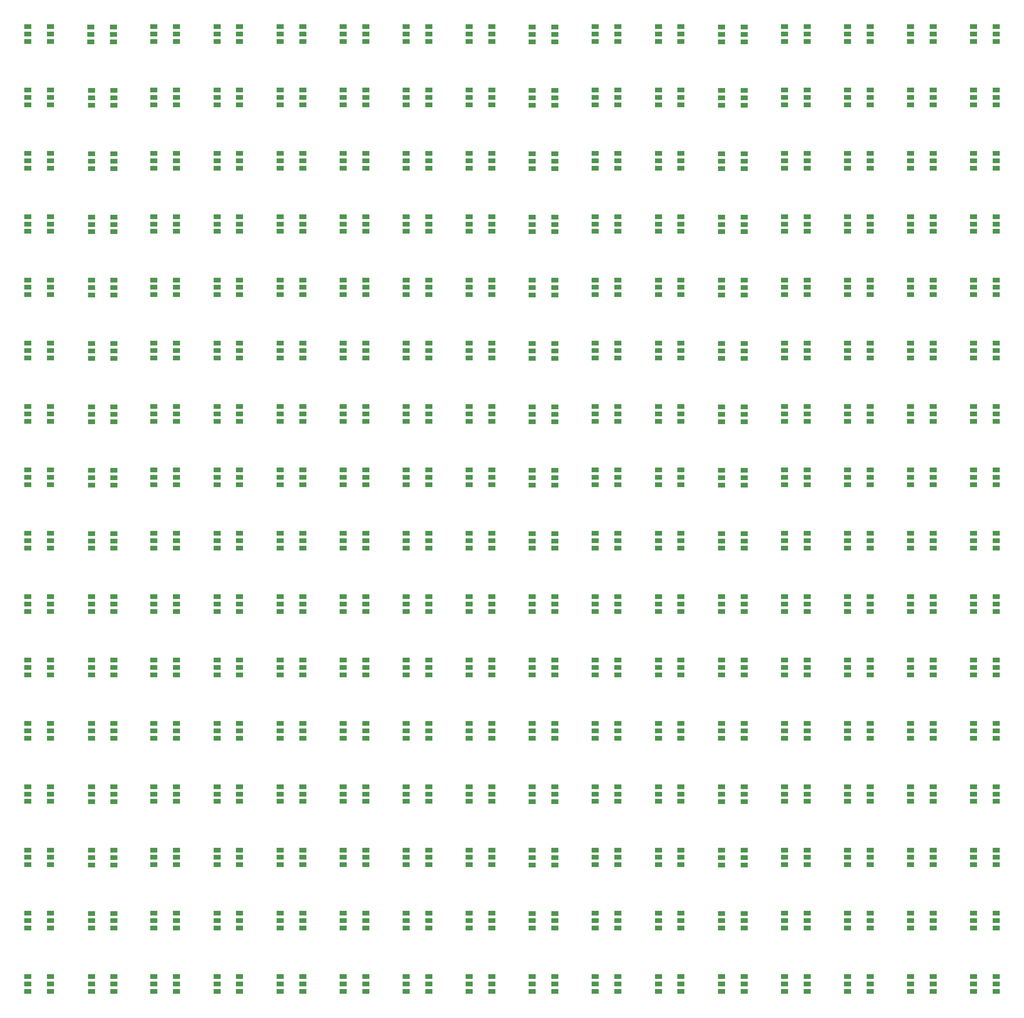
<source format=gbr>
%TF.GenerationSoftware,KiCad,Pcbnew,(5.1.5)-2*%
%TF.CreationDate,2019-12-29T12:45:17-05:00*%
%TF.ProjectId,main_led_pcb,6d61696e-5f6c-4656-945f-7063622e6b69,rev?*%
%TF.SameCoordinates,Original*%
%TF.FileFunction,Paste,Top*%
%TF.FilePolarity,Positive*%
%FSLAX46Y46*%
G04 Gerber Fmt 4.6, Leading zero omitted, Abs format (unit mm)*
G04 Created by KiCad (PCBNEW (5.1.5)-2) date 2019-12-29 12:45:17*
%MOMM*%
%LPD*%
G04 APERTURE LIST*
%ADD10R,1.500000X1.000000*%
G04 APERTURE END LIST*
D10*
X18843300Y-5700000D03*
X18843300Y-7300000D03*
X18843300Y-8900000D03*
X23743300Y-5700000D03*
X23743300Y-7300000D03*
X23743300Y-8900000D03*
X46130000Y-142667000D03*
X46130000Y-144267000D03*
X46130000Y-145867000D03*
X51030000Y-142667000D03*
X51030000Y-144267000D03*
X51030000Y-145867000D03*
X5200000Y-60426700D03*
X5200000Y-62026700D03*
X5200000Y-63626700D03*
X10100000Y-60426700D03*
X10100000Y-62026700D03*
X10100000Y-63626700D03*
X209850000Y-211200000D03*
X209850000Y-212800000D03*
X209850000Y-214400000D03*
X214750000Y-211200000D03*
X214750000Y-212800000D03*
X214750000Y-214400000D03*
X201107000Y-214400000D03*
X201107000Y-212800000D03*
X201107000Y-211200000D03*
X196207000Y-214400000D03*
X196207000Y-212800000D03*
X196207000Y-211200000D03*
X182563000Y-211200000D03*
X182563000Y-212800000D03*
X182563000Y-214400000D03*
X187463000Y-211200000D03*
X187463000Y-212800000D03*
X187463000Y-214400000D03*
X168920000Y-211200000D03*
X168920000Y-212800000D03*
X168920000Y-214400000D03*
X173820000Y-211200000D03*
X173820000Y-212800000D03*
X173820000Y-214400000D03*
X155277000Y-211200000D03*
X155277000Y-212800000D03*
X155277000Y-214400000D03*
X160177000Y-211200000D03*
X160177000Y-212800000D03*
X160177000Y-214400000D03*
X141633000Y-211200000D03*
X141633000Y-212800000D03*
X141633000Y-214400000D03*
X146533000Y-211200000D03*
X146533000Y-212800000D03*
X146533000Y-214400000D03*
X127990000Y-211200000D03*
X127990000Y-212800000D03*
X127990000Y-214400000D03*
X132890000Y-211200000D03*
X132890000Y-212800000D03*
X132890000Y-214400000D03*
X114347000Y-211200000D03*
X114347000Y-212800000D03*
X114347000Y-214400000D03*
X119247000Y-211200000D03*
X119247000Y-212800000D03*
X119247000Y-214400000D03*
X100703000Y-211200000D03*
X100703000Y-212800000D03*
X100703000Y-214400000D03*
X105603000Y-211200000D03*
X105603000Y-212800000D03*
X105603000Y-214400000D03*
X87060000Y-211200000D03*
X87060000Y-212800000D03*
X87060000Y-214400000D03*
X91960000Y-211200000D03*
X91960000Y-212800000D03*
X91960000Y-214400000D03*
X73416700Y-211200000D03*
X73416700Y-212800000D03*
X73416700Y-214400000D03*
X78316700Y-211200000D03*
X78316700Y-212800000D03*
X78316700Y-214400000D03*
X59773300Y-211200000D03*
X59773300Y-212800000D03*
X59773300Y-214400000D03*
X64673300Y-211200000D03*
X64673300Y-212800000D03*
X64673300Y-214400000D03*
X46130000Y-211200000D03*
X46130000Y-212800000D03*
X46130000Y-214400000D03*
X51030000Y-211200000D03*
X51030000Y-212800000D03*
X51030000Y-214400000D03*
X32486700Y-211200000D03*
X32486700Y-212800000D03*
X32486700Y-214400000D03*
X37386700Y-211200000D03*
X37386700Y-212800000D03*
X37386700Y-214400000D03*
X18950000Y-211200000D03*
X18950000Y-212800000D03*
X18950000Y-214400000D03*
X23850000Y-211200000D03*
X23850000Y-212800000D03*
X23850000Y-214400000D03*
X5200000Y-211200000D03*
X5200000Y-212800000D03*
X5200000Y-214400000D03*
X10100000Y-211200000D03*
X10100000Y-212800000D03*
X10100000Y-214400000D03*
X209850000Y-197493000D03*
X209850000Y-199093000D03*
X209850000Y-200693000D03*
X214750000Y-197493000D03*
X214750000Y-199093000D03*
X214750000Y-200693000D03*
X201107000Y-200693000D03*
X201107000Y-199093000D03*
X201107000Y-197493000D03*
X196207000Y-200693000D03*
X196207000Y-199093000D03*
X196207000Y-197493000D03*
X182563000Y-197493000D03*
X182563000Y-199093000D03*
X182563000Y-200693000D03*
X187463000Y-197493000D03*
X187463000Y-199093000D03*
X187463000Y-200693000D03*
X168920000Y-197493000D03*
X168920000Y-199093000D03*
X168920000Y-200693000D03*
X173820000Y-197493000D03*
X173820000Y-199093000D03*
X173820000Y-200693000D03*
X155277000Y-197500000D03*
X155277000Y-199100000D03*
X155277000Y-200700000D03*
X160177000Y-197500000D03*
X160177000Y-199100000D03*
X160177000Y-200700000D03*
X141633000Y-197493000D03*
X141633000Y-199093000D03*
X141633000Y-200693000D03*
X146533000Y-197493000D03*
X146533000Y-199093000D03*
X146533000Y-200693000D03*
X127990000Y-197493000D03*
X127990000Y-199093000D03*
X127990000Y-200693000D03*
X132890000Y-197493000D03*
X132890000Y-199093000D03*
X132890000Y-200693000D03*
X114347000Y-197500000D03*
X114347000Y-199100000D03*
X114347000Y-200700000D03*
X119247000Y-197500000D03*
X119247000Y-199100000D03*
X119247000Y-200700000D03*
X100703000Y-197493000D03*
X100703000Y-199093000D03*
X100703000Y-200693000D03*
X105603000Y-197493000D03*
X105603000Y-199093000D03*
X105603000Y-200693000D03*
X87060000Y-197493000D03*
X87060000Y-199093000D03*
X87060000Y-200693000D03*
X91960000Y-197493000D03*
X91960000Y-199093000D03*
X91960000Y-200693000D03*
X73416700Y-197493000D03*
X73416700Y-199093000D03*
X73416700Y-200693000D03*
X78316700Y-197493000D03*
X78316700Y-199093000D03*
X78316700Y-200693000D03*
X59773300Y-197493000D03*
X59773300Y-199093000D03*
X59773300Y-200693000D03*
X64673300Y-197493000D03*
X64673300Y-199093000D03*
X64673300Y-200693000D03*
X46130000Y-197493000D03*
X46130000Y-199093000D03*
X46130000Y-200693000D03*
X51030000Y-197493000D03*
X51030000Y-199093000D03*
X51030000Y-200693000D03*
X32486700Y-197493000D03*
X32486700Y-199093000D03*
X32486700Y-200693000D03*
X37386700Y-197493000D03*
X37386700Y-199093000D03*
X37386700Y-200693000D03*
X18950000Y-197500000D03*
X18950000Y-199100000D03*
X18950000Y-200700000D03*
X23850000Y-197500000D03*
X23850000Y-199100000D03*
X23850000Y-200700000D03*
X5200000Y-197493000D03*
X5200000Y-199093000D03*
X5200000Y-200693000D03*
X10100000Y-197493000D03*
X10100000Y-199093000D03*
X10100000Y-200693000D03*
X209850000Y-183787000D03*
X209850000Y-185387000D03*
X209850000Y-186987000D03*
X214750000Y-183787000D03*
X214750000Y-185387000D03*
X214750000Y-186987000D03*
X201107000Y-186987000D03*
X201107000Y-185387000D03*
X201107000Y-183787000D03*
X196207000Y-186987000D03*
X196207000Y-185387000D03*
X196207000Y-183787000D03*
X182563000Y-183787000D03*
X182563000Y-185387000D03*
X182563000Y-186987000D03*
X187463000Y-183787000D03*
X187463000Y-185387000D03*
X187463000Y-186987000D03*
X168920000Y-183787000D03*
X168920000Y-185387000D03*
X168920000Y-186987000D03*
X173820000Y-183787000D03*
X173820000Y-185387000D03*
X173820000Y-186987000D03*
X155277000Y-183800000D03*
X155277000Y-185400000D03*
X155277000Y-187000000D03*
X160177000Y-183800000D03*
X160177000Y-185400000D03*
X160177000Y-187000000D03*
X141633000Y-183787000D03*
X141633000Y-185387000D03*
X141633000Y-186987000D03*
X146533000Y-183787000D03*
X146533000Y-185387000D03*
X146533000Y-186987000D03*
X127990000Y-183787000D03*
X127990000Y-185387000D03*
X127990000Y-186987000D03*
X132890000Y-183787000D03*
X132890000Y-185387000D03*
X132890000Y-186987000D03*
X114347000Y-183800000D03*
X114347000Y-185400000D03*
X114347000Y-187000000D03*
X119247000Y-183800000D03*
X119247000Y-185400000D03*
X119247000Y-187000000D03*
X100703000Y-183787000D03*
X100703000Y-185387000D03*
X100703000Y-186987000D03*
X105603000Y-183787000D03*
X105603000Y-185387000D03*
X105603000Y-186987000D03*
X87060000Y-183787000D03*
X87060000Y-185387000D03*
X87060000Y-186987000D03*
X91960000Y-183787000D03*
X91960000Y-185387000D03*
X91960000Y-186987000D03*
X73416700Y-183787000D03*
X73416700Y-185387000D03*
X73416700Y-186987000D03*
X78316700Y-183787000D03*
X78316700Y-185387000D03*
X78316700Y-186987000D03*
X59773300Y-183787000D03*
X59773300Y-185387000D03*
X59773300Y-186987000D03*
X64673300Y-183787000D03*
X64673300Y-185387000D03*
X64673300Y-186987000D03*
X46130000Y-183787000D03*
X46130000Y-185387000D03*
X46130000Y-186987000D03*
X51030000Y-183787000D03*
X51030000Y-185387000D03*
X51030000Y-186987000D03*
X32486700Y-183787000D03*
X32486700Y-185387000D03*
X32486700Y-186987000D03*
X37386700Y-183787000D03*
X37386700Y-185387000D03*
X37386700Y-186987000D03*
X18950000Y-183800000D03*
X18950000Y-185400000D03*
X18950000Y-187000000D03*
X23850000Y-183800000D03*
X23850000Y-185400000D03*
X23850000Y-187000000D03*
X5200000Y-183787000D03*
X5200000Y-185387000D03*
X5200000Y-186987000D03*
X10100000Y-183787000D03*
X10100000Y-185387000D03*
X10100000Y-186987000D03*
X209850000Y-170080000D03*
X209850000Y-171680000D03*
X209850000Y-173280000D03*
X214750000Y-170080000D03*
X214750000Y-171680000D03*
X214750000Y-173280000D03*
X201107000Y-173280000D03*
X201107000Y-171680000D03*
X201107000Y-170080000D03*
X196207000Y-173280000D03*
X196207000Y-171680000D03*
X196207000Y-170080000D03*
X182563000Y-170080000D03*
X182563000Y-171680000D03*
X182563000Y-173280000D03*
X187463000Y-170080000D03*
X187463000Y-171680000D03*
X187463000Y-173280000D03*
X168920000Y-170080000D03*
X168920000Y-171680000D03*
X168920000Y-173280000D03*
X173820000Y-170080000D03*
X173820000Y-171680000D03*
X173820000Y-173280000D03*
X155277000Y-170100000D03*
X155277000Y-171700000D03*
X155277000Y-173300000D03*
X160177000Y-170100000D03*
X160177000Y-171700000D03*
X160177000Y-173300000D03*
X141633000Y-170080000D03*
X141633000Y-171680000D03*
X141633000Y-173280000D03*
X146533000Y-170080000D03*
X146533000Y-171680000D03*
X146533000Y-173280000D03*
X127990000Y-170080000D03*
X127990000Y-171680000D03*
X127990000Y-173280000D03*
X132890000Y-170080000D03*
X132890000Y-171680000D03*
X132890000Y-173280000D03*
X114347000Y-170100000D03*
X114347000Y-171700000D03*
X114347000Y-173300000D03*
X119247000Y-170100000D03*
X119247000Y-171700000D03*
X119247000Y-173300000D03*
X100703000Y-170080000D03*
X100703000Y-171680000D03*
X100703000Y-173280000D03*
X105603000Y-170080000D03*
X105603000Y-171680000D03*
X105603000Y-173280000D03*
X87060000Y-170080000D03*
X87060000Y-171680000D03*
X87060000Y-173280000D03*
X91960000Y-170080000D03*
X91960000Y-171680000D03*
X91960000Y-173280000D03*
X73416700Y-170080000D03*
X73416700Y-171680000D03*
X73416700Y-173280000D03*
X78316700Y-170080000D03*
X78316700Y-171680000D03*
X78316700Y-173280000D03*
X59773300Y-170080000D03*
X59773300Y-171680000D03*
X59773300Y-173280000D03*
X64673300Y-170080000D03*
X64673300Y-171680000D03*
X64673300Y-173280000D03*
X46130000Y-170080000D03*
X46130000Y-171680000D03*
X46130000Y-173280000D03*
X51030000Y-170080000D03*
X51030000Y-171680000D03*
X51030000Y-173280000D03*
X32486700Y-170080000D03*
X32486700Y-171680000D03*
X32486700Y-173280000D03*
X37386700Y-170080000D03*
X37386700Y-171680000D03*
X37386700Y-173280000D03*
X18950000Y-170100000D03*
X18950000Y-171700000D03*
X18950000Y-173300000D03*
X23850000Y-170100000D03*
X23850000Y-171700000D03*
X23850000Y-173300000D03*
X5200000Y-170080000D03*
X5200000Y-171680000D03*
X5200000Y-173280000D03*
X10100000Y-170080000D03*
X10100000Y-171680000D03*
X10100000Y-173280000D03*
X209850000Y-156373000D03*
X209850000Y-157973000D03*
X209850000Y-159573000D03*
X214750000Y-156373000D03*
X214750000Y-157973000D03*
X214750000Y-159573000D03*
X201107000Y-159573000D03*
X201107000Y-157973000D03*
X201107000Y-156373000D03*
X196207000Y-159573000D03*
X196207000Y-157973000D03*
X196207000Y-156373000D03*
X182563000Y-156373000D03*
X182563000Y-157973000D03*
X182563000Y-159573000D03*
X187463000Y-156373000D03*
X187463000Y-157973000D03*
X187463000Y-159573000D03*
X168920000Y-156373000D03*
X168920000Y-157973000D03*
X168920000Y-159573000D03*
X173820000Y-156373000D03*
X173820000Y-157973000D03*
X173820000Y-159573000D03*
X155277000Y-156400000D03*
X155277000Y-158000000D03*
X155277000Y-159600000D03*
X160177000Y-156400000D03*
X160177000Y-158000000D03*
X160177000Y-159600000D03*
X141633000Y-156373000D03*
X141633000Y-157973000D03*
X141633000Y-159573000D03*
X146533000Y-156373000D03*
X146533000Y-157973000D03*
X146533000Y-159573000D03*
X127990000Y-156373000D03*
X127990000Y-157973000D03*
X127990000Y-159573000D03*
X132890000Y-156373000D03*
X132890000Y-157973000D03*
X132890000Y-159573000D03*
X114347000Y-156400000D03*
X114347000Y-158000000D03*
X114347000Y-159600000D03*
X119247000Y-156400000D03*
X119247000Y-158000000D03*
X119247000Y-159600000D03*
X100703000Y-156373000D03*
X100703000Y-157973000D03*
X100703000Y-159573000D03*
X105603000Y-156373000D03*
X105603000Y-157973000D03*
X105603000Y-159573000D03*
X87060000Y-156373000D03*
X87060000Y-157973000D03*
X87060000Y-159573000D03*
X91960000Y-156373000D03*
X91960000Y-157973000D03*
X91960000Y-159573000D03*
X73416700Y-156373000D03*
X73416700Y-157973000D03*
X73416700Y-159573000D03*
X78316700Y-156373000D03*
X78316700Y-157973000D03*
X78316700Y-159573000D03*
X59773300Y-156373000D03*
X59773300Y-157973000D03*
X59773300Y-159573000D03*
X64673300Y-156373000D03*
X64673300Y-157973000D03*
X64673300Y-159573000D03*
X46130000Y-156373000D03*
X46130000Y-157973000D03*
X46130000Y-159573000D03*
X51030000Y-156373000D03*
X51030000Y-157973000D03*
X51030000Y-159573000D03*
X32486700Y-156373000D03*
X32486700Y-157973000D03*
X32486700Y-159573000D03*
X37386700Y-156373000D03*
X37386700Y-157973000D03*
X37386700Y-159573000D03*
X18950000Y-156400000D03*
X18950000Y-158000000D03*
X18950000Y-159600000D03*
X23850000Y-156400000D03*
X23850000Y-158000000D03*
X23850000Y-159600000D03*
X5200000Y-156373000D03*
X5200000Y-157973000D03*
X5200000Y-159573000D03*
X10100000Y-156373000D03*
X10100000Y-157973000D03*
X10100000Y-159573000D03*
X209850000Y-142667000D03*
X209850000Y-144267000D03*
X209850000Y-145867000D03*
X214750000Y-142667000D03*
X214750000Y-144267000D03*
X214750000Y-145867000D03*
X201107000Y-145867000D03*
X201107000Y-144267000D03*
X201107000Y-142667000D03*
X196207000Y-145867000D03*
X196207000Y-144267000D03*
X196207000Y-142667000D03*
X182563000Y-142667000D03*
X182563000Y-144267000D03*
X182563000Y-145867000D03*
X187463000Y-142667000D03*
X187463000Y-144267000D03*
X187463000Y-145867000D03*
X168920000Y-142667000D03*
X168920000Y-144267000D03*
X168920000Y-145867000D03*
X173820000Y-142667000D03*
X173820000Y-144267000D03*
X173820000Y-145867000D03*
X155277000Y-142700000D03*
X155277000Y-144300000D03*
X155277000Y-145900000D03*
X160177000Y-142700000D03*
X160177000Y-144300000D03*
X160177000Y-145900000D03*
X141633000Y-142667000D03*
X141633000Y-144267000D03*
X141633000Y-145867000D03*
X146533000Y-142667000D03*
X146533000Y-144267000D03*
X146533000Y-145867000D03*
X127990000Y-142667000D03*
X127990000Y-144267000D03*
X127990000Y-145867000D03*
X132890000Y-142667000D03*
X132890000Y-144267000D03*
X132890000Y-145867000D03*
X114347000Y-142700000D03*
X114347000Y-144300000D03*
X114347000Y-145900000D03*
X119247000Y-142700000D03*
X119247000Y-144300000D03*
X119247000Y-145900000D03*
X100703000Y-142667000D03*
X100703000Y-144267000D03*
X100703000Y-145867000D03*
X105603000Y-142667000D03*
X105603000Y-144267000D03*
X105603000Y-145867000D03*
X87060000Y-142667000D03*
X87060000Y-144267000D03*
X87060000Y-145867000D03*
X91960000Y-142667000D03*
X91960000Y-144267000D03*
X91960000Y-145867000D03*
X73416700Y-142667000D03*
X73416700Y-144267000D03*
X73416700Y-145867000D03*
X78316700Y-142667000D03*
X78316700Y-144267000D03*
X78316700Y-145867000D03*
X59773300Y-142667000D03*
X59773300Y-144267000D03*
X59773300Y-145867000D03*
X64673300Y-142667000D03*
X64673300Y-144267000D03*
X64673300Y-145867000D03*
X32486700Y-142667000D03*
X32486700Y-144267000D03*
X32486700Y-145867000D03*
X37386700Y-142667000D03*
X37386700Y-144267000D03*
X37386700Y-145867000D03*
X18950000Y-142700000D03*
X18950000Y-144300000D03*
X18950000Y-145900000D03*
X23850000Y-142700000D03*
X23850000Y-144300000D03*
X23850000Y-145900000D03*
X5200000Y-142667000D03*
X5200000Y-144267000D03*
X5200000Y-145867000D03*
X10100000Y-142667000D03*
X10100000Y-144267000D03*
X10100000Y-145867000D03*
X209850000Y-128960000D03*
X209850000Y-130560000D03*
X209850000Y-132160000D03*
X214750000Y-128960000D03*
X214750000Y-130560000D03*
X214750000Y-132160000D03*
X201107000Y-132160000D03*
X201107000Y-130560000D03*
X201107000Y-128960000D03*
X196207000Y-132160000D03*
X196207000Y-130560000D03*
X196207000Y-128960000D03*
X182563000Y-128960000D03*
X182563000Y-130560000D03*
X182563000Y-132160000D03*
X187463000Y-128960000D03*
X187463000Y-130560000D03*
X187463000Y-132160000D03*
X168920000Y-128960000D03*
X168920000Y-130560000D03*
X168920000Y-132160000D03*
X173820000Y-128960000D03*
X173820000Y-130560000D03*
X173820000Y-132160000D03*
X155277000Y-129000000D03*
X155277000Y-130600000D03*
X155277000Y-132200000D03*
X160177000Y-129000000D03*
X160177000Y-130600000D03*
X160177000Y-132200000D03*
X141633000Y-128960000D03*
X141633000Y-130560000D03*
X141633000Y-132160000D03*
X146533000Y-128960000D03*
X146533000Y-130560000D03*
X146533000Y-132160000D03*
X127990000Y-128960000D03*
X127990000Y-130560000D03*
X127990000Y-132160000D03*
X132890000Y-128960000D03*
X132890000Y-130560000D03*
X132890000Y-132160000D03*
X114347000Y-129000000D03*
X114347000Y-130600000D03*
X114347000Y-132200000D03*
X119247000Y-129000000D03*
X119247000Y-130600000D03*
X119247000Y-132200000D03*
X100703000Y-128960000D03*
X100703000Y-130560000D03*
X100703000Y-132160000D03*
X105603000Y-128960000D03*
X105603000Y-130560000D03*
X105603000Y-132160000D03*
X87060000Y-128960000D03*
X87060000Y-130560000D03*
X87060000Y-132160000D03*
X91960000Y-128960000D03*
X91960000Y-130560000D03*
X91960000Y-132160000D03*
X73416700Y-128960000D03*
X73416700Y-130560000D03*
X73416700Y-132160000D03*
X78316700Y-128960000D03*
X78316700Y-130560000D03*
X78316700Y-132160000D03*
X59773300Y-128960000D03*
X59773300Y-130560000D03*
X59773300Y-132160000D03*
X64673300Y-128960000D03*
X64673300Y-130560000D03*
X64673300Y-132160000D03*
X46130000Y-128960000D03*
X46130000Y-130560000D03*
X46130000Y-132160000D03*
X51030000Y-128960000D03*
X51030000Y-130560000D03*
X51030000Y-132160000D03*
X32486700Y-128960000D03*
X32486700Y-130560000D03*
X32486700Y-132160000D03*
X37386700Y-128960000D03*
X37386700Y-130560000D03*
X37386700Y-132160000D03*
X18950000Y-129000000D03*
X18950000Y-130600000D03*
X18950000Y-132200000D03*
X23850000Y-129000000D03*
X23850000Y-130600000D03*
X23850000Y-132200000D03*
X5200000Y-128960000D03*
X5200000Y-130560000D03*
X5200000Y-132160000D03*
X10100000Y-128960000D03*
X10100000Y-130560000D03*
X10100000Y-132160000D03*
X209850000Y-115253000D03*
X209850000Y-116853000D03*
X209850000Y-118453000D03*
X214750000Y-115253000D03*
X214750000Y-116853000D03*
X214750000Y-118453000D03*
X201107000Y-118453000D03*
X201107000Y-116853000D03*
X201107000Y-115253000D03*
X196207000Y-118453000D03*
X196207000Y-116853000D03*
X196207000Y-115253000D03*
X182563000Y-115253000D03*
X182563000Y-116853000D03*
X182563000Y-118453000D03*
X187463000Y-115253000D03*
X187463000Y-116853000D03*
X187463000Y-118453000D03*
X168920000Y-115253000D03*
X168920000Y-116853000D03*
X168920000Y-118453000D03*
X173820000Y-115253000D03*
X173820000Y-116853000D03*
X173820000Y-118453000D03*
X155277000Y-115300000D03*
X155277000Y-116900000D03*
X155277000Y-118500000D03*
X160177000Y-115300000D03*
X160177000Y-116900000D03*
X160177000Y-118500000D03*
X141633000Y-115253000D03*
X141633000Y-116853000D03*
X141633000Y-118453000D03*
X146533000Y-115253000D03*
X146533000Y-116853000D03*
X146533000Y-118453000D03*
X127990000Y-115253000D03*
X127990000Y-116853000D03*
X127990000Y-118453000D03*
X132890000Y-115253000D03*
X132890000Y-116853000D03*
X132890000Y-118453000D03*
X114347000Y-115300000D03*
X114347000Y-116900000D03*
X114347000Y-118500000D03*
X119247000Y-115300000D03*
X119247000Y-116900000D03*
X119247000Y-118500000D03*
X100703000Y-115253000D03*
X100703000Y-116853000D03*
X100703000Y-118453000D03*
X105603000Y-115253000D03*
X105603000Y-116853000D03*
X105603000Y-118453000D03*
X87060000Y-115253000D03*
X87060000Y-116853000D03*
X87060000Y-118453000D03*
X91960000Y-115253000D03*
X91960000Y-116853000D03*
X91960000Y-118453000D03*
X73416700Y-115253000D03*
X73416700Y-116853000D03*
X73416700Y-118453000D03*
X78316700Y-115253000D03*
X78316700Y-116853000D03*
X78316700Y-118453000D03*
X59773300Y-115253000D03*
X59773300Y-116853000D03*
X59773300Y-118453000D03*
X64673300Y-115253000D03*
X64673300Y-116853000D03*
X64673300Y-118453000D03*
X46130000Y-115253000D03*
X46130000Y-116853000D03*
X46130000Y-118453000D03*
X51030000Y-115253000D03*
X51030000Y-116853000D03*
X51030000Y-118453000D03*
X32486700Y-115253000D03*
X32486700Y-116853000D03*
X32486700Y-118453000D03*
X37386700Y-115253000D03*
X37386700Y-116853000D03*
X37386700Y-118453000D03*
X18950000Y-115300000D03*
X18950000Y-116900000D03*
X18950000Y-118500000D03*
X23850000Y-115300000D03*
X23850000Y-116900000D03*
X23850000Y-118500000D03*
X5200000Y-115253000D03*
X5200000Y-116853000D03*
X5200000Y-118453000D03*
X10100000Y-115253000D03*
X10100000Y-116853000D03*
X10100000Y-118453000D03*
X209850000Y-101547000D03*
X209850000Y-103147000D03*
X209850000Y-104747000D03*
X214750000Y-101547000D03*
X214750000Y-103147000D03*
X214750000Y-104747000D03*
X201107000Y-104747000D03*
X201107000Y-103147000D03*
X201107000Y-101547000D03*
X196207000Y-104747000D03*
X196207000Y-103147000D03*
X196207000Y-101547000D03*
X182563000Y-101547000D03*
X182563000Y-103147000D03*
X182563000Y-104747000D03*
X187463000Y-101547000D03*
X187463000Y-103147000D03*
X187463000Y-104747000D03*
X168920000Y-101547000D03*
X168920000Y-103147000D03*
X168920000Y-104747000D03*
X173820000Y-101547000D03*
X173820000Y-103147000D03*
X173820000Y-104747000D03*
X155277000Y-101600000D03*
X155277000Y-103200000D03*
X155277000Y-104800000D03*
X160177000Y-101600000D03*
X160177000Y-103200000D03*
X160177000Y-104800000D03*
X141633000Y-101547000D03*
X141633000Y-103147000D03*
X141633000Y-104747000D03*
X146533000Y-101547000D03*
X146533000Y-103147000D03*
X146533000Y-104747000D03*
X127990000Y-101547000D03*
X127990000Y-103147000D03*
X127990000Y-104747000D03*
X132890000Y-101547000D03*
X132890000Y-103147000D03*
X132890000Y-104747000D03*
X114347000Y-101600000D03*
X114347000Y-103200000D03*
X114347000Y-104800000D03*
X119247000Y-101600000D03*
X119247000Y-103200000D03*
X119247000Y-104800000D03*
X100703000Y-101547000D03*
X100703000Y-103147000D03*
X100703000Y-104747000D03*
X105603000Y-101547000D03*
X105603000Y-103147000D03*
X105603000Y-104747000D03*
X87060000Y-101547000D03*
X87060000Y-103147000D03*
X87060000Y-104747000D03*
X91960000Y-101547000D03*
X91960000Y-103147000D03*
X91960000Y-104747000D03*
X73416700Y-101547000D03*
X73416700Y-103147000D03*
X73416700Y-104747000D03*
X78316700Y-101547000D03*
X78316700Y-103147000D03*
X78316700Y-104747000D03*
X59773300Y-101547000D03*
X59773300Y-103147000D03*
X59773300Y-104747000D03*
X64673300Y-101547000D03*
X64673300Y-103147000D03*
X64673300Y-104747000D03*
X46130000Y-101547000D03*
X46130000Y-103147000D03*
X46130000Y-104747000D03*
X51030000Y-101547000D03*
X51030000Y-103147000D03*
X51030000Y-104747000D03*
X32486700Y-101547000D03*
X32486700Y-103147000D03*
X32486700Y-104747000D03*
X37386700Y-101547000D03*
X37386700Y-103147000D03*
X37386700Y-104747000D03*
X18950000Y-101600000D03*
X18950000Y-103200000D03*
X18950000Y-104800000D03*
X23850000Y-101600000D03*
X23850000Y-103200000D03*
X23850000Y-104800000D03*
X5200000Y-101547000D03*
X5200000Y-103147000D03*
X5200000Y-104747000D03*
X10100000Y-101547000D03*
X10100000Y-103147000D03*
X10100000Y-104747000D03*
X209850000Y-87840000D03*
X209850000Y-89440000D03*
X209850000Y-91040000D03*
X214750000Y-87840000D03*
X214750000Y-89440000D03*
X214750000Y-91040000D03*
X201107000Y-91040000D03*
X201107000Y-89440000D03*
X201107000Y-87840000D03*
X196207000Y-91040000D03*
X196207000Y-89440000D03*
X196207000Y-87840000D03*
X182563000Y-87840000D03*
X182563000Y-89440000D03*
X182563000Y-91040000D03*
X187463000Y-87840000D03*
X187463000Y-89440000D03*
X187463000Y-91040000D03*
X168920000Y-87840000D03*
X168920000Y-89440000D03*
X168920000Y-91040000D03*
X173820000Y-87840000D03*
X173820000Y-89440000D03*
X173820000Y-91040000D03*
X155277000Y-87900000D03*
X155277000Y-89500000D03*
X155277000Y-91100000D03*
X160177000Y-87900000D03*
X160177000Y-89500000D03*
X160177000Y-91100000D03*
X141633000Y-87840000D03*
X141633000Y-89440000D03*
X141633000Y-91040000D03*
X146533000Y-87840000D03*
X146533000Y-89440000D03*
X146533000Y-91040000D03*
X127990000Y-87840000D03*
X127990000Y-89440000D03*
X127990000Y-91040000D03*
X132890000Y-87840000D03*
X132890000Y-89440000D03*
X132890000Y-91040000D03*
X114347000Y-87900000D03*
X114347000Y-89500000D03*
X114347000Y-91100000D03*
X119247000Y-87900000D03*
X119247000Y-89500000D03*
X119247000Y-91100000D03*
X100703000Y-87840000D03*
X100703000Y-89440000D03*
X100703000Y-91040000D03*
X105603000Y-87840000D03*
X105603000Y-89440000D03*
X105603000Y-91040000D03*
X87060000Y-87840000D03*
X87060000Y-89440000D03*
X87060000Y-91040000D03*
X91960000Y-87840000D03*
X91960000Y-89440000D03*
X91960000Y-91040000D03*
X73416700Y-87840000D03*
X73416700Y-89440000D03*
X73416700Y-91040000D03*
X78316700Y-87840000D03*
X78316700Y-89440000D03*
X78316700Y-91040000D03*
X59773300Y-87840000D03*
X59773300Y-89440000D03*
X59773300Y-91040000D03*
X64673300Y-87840000D03*
X64673300Y-89440000D03*
X64673300Y-91040000D03*
X46130000Y-87840000D03*
X46130000Y-89440000D03*
X46130000Y-91040000D03*
X51030000Y-87840000D03*
X51030000Y-89440000D03*
X51030000Y-91040000D03*
X32486700Y-87840000D03*
X32486700Y-89440000D03*
X32486700Y-91040000D03*
X37386700Y-87840000D03*
X37386700Y-89440000D03*
X37386700Y-91040000D03*
X18950000Y-87900000D03*
X18950000Y-89500000D03*
X18950000Y-91100000D03*
X23850000Y-87900000D03*
X23850000Y-89500000D03*
X23850000Y-91100000D03*
X5200000Y-87840000D03*
X5200000Y-89440000D03*
X5200000Y-91040000D03*
X10100000Y-87840000D03*
X10100000Y-89440000D03*
X10100000Y-91040000D03*
X209850000Y-74133300D03*
X209850000Y-75733300D03*
X209850000Y-77333300D03*
X214750000Y-74133300D03*
X214750000Y-75733300D03*
X214750000Y-77333300D03*
X201107000Y-77333300D03*
X201107000Y-75733300D03*
X201107000Y-74133300D03*
X196207000Y-77333300D03*
X196207000Y-75733300D03*
X196207000Y-74133300D03*
X182563000Y-74133300D03*
X182563000Y-75733300D03*
X182563000Y-77333300D03*
X187463000Y-74133300D03*
X187463000Y-75733300D03*
X187463000Y-77333300D03*
X168920000Y-74133300D03*
X168920000Y-75733300D03*
X168920000Y-77333300D03*
X173820000Y-74133300D03*
X173820000Y-75733300D03*
X173820000Y-77333300D03*
X155277000Y-74200000D03*
X155277000Y-75800000D03*
X155277000Y-77400000D03*
X160177000Y-74200000D03*
X160177000Y-75800000D03*
X160177000Y-77400000D03*
X141633000Y-74133300D03*
X141633000Y-75733300D03*
X141633000Y-77333300D03*
X146533000Y-74133300D03*
X146533000Y-75733300D03*
X146533000Y-77333300D03*
X127990000Y-74133300D03*
X127990000Y-75733300D03*
X127990000Y-77333300D03*
X132890000Y-74133300D03*
X132890000Y-75733300D03*
X132890000Y-77333300D03*
X114347000Y-74200000D03*
X114347000Y-75800000D03*
X114347000Y-77400000D03*
X119247000Y-74200000D03*
X119247000Y-75800000D03*
X119247000Y-77400000D03*
X100703000Y-74133300D03*
X100703000Y-75733300D03*
X100703000Y-77333300D03*
X105603000Y-74133300D03*
X105603000Y-75733300D03*
X105603000Y-77333300D03*
X87060000Y-74133300D03*
X87060000Y-75733300D03*
X87060000Y-77333300D03*
X91960000Y-74133300D03*
X91960000Y-75733300D03*
X91960000Y-77333300D03*
X73416700Y-74133300D03*
X73416700Y-75733300D03*
X73416700Y-77333300D03*
X78316700Y-74133300D03*
X78316700Y-75733300D03*
X78316700Y-77333300D03*
X59773300Y-74133300D03*
X59773300Y-75733300D03*
X59773300Y-77333300D03*
X64673300Y-74133300D03*
X64673300Y-75733300D03*
X64673300Y-77333300D03*
X46130000Y-74133300D03*
X46130000Y-75733300D03*
X46130000Y-77333300D03*
X51030000Y-74133300D03*
X51030000Y-75733300D03*
X51030000Y-77333300D03*
X32486700Y-74133300D03*
X32486700Y-75733300D03*
X32486700Y-77333300D03*
X37386700Y-74133300D03*
X37386700Y-75733300D03*
X37386700Y-77333300D03*
X18950000Y-74200000D03*
X18950000Y-75800000D03*
X18950000Y-77400000D03*
X23850000Y-74200000D03*
X23850000Y-75800000D03*
X23850000Y-77400000D03*
X5200000Y-74133300D03*
X5200000Y-75733300D03*
X5200000Y-77333300D03*
X10100000Y-74133300D03*
X10100000Y-75733300D03*
X10100000Y-77333300D03*
X209850000Y-60426700D03*
X209850000Y-62026700D03*
X209850000Y-63626700D03*
X214750000Y-60426700D03*
X214750000Y-62026700D03*
X214750000Y-63626700D03*
X201107000Y-63626700D03*
X201107000Y-62026700D03*
X201107000Y-60426700D03*
X196207000Y-63626700D03*
X196207000Y-62026700D03*
X196207000Y-60426700D03*
X182563000Y-60426700D03*
X182563000Y-62026700D03*
X182563000Y-63626700D03*
X187463000Y-60426700D03*
X187463000Y-62026700D03*
X187463000Y-63626700D03*
X168920000Y-60426700D03*
X168920000Y-62026700D03*
X168920000Y-63626700D03*
X173820000Y-60426700D03*
X173820000Y-62026700D03*
X173820000Y-63626700D03*
X155277000Y-60500000D03*
X155277000Y-62100000D03*
X155277000Y-63700000D03*
X160177000Y-60500000D03*
X160177000Y-62100000D03*
X160177000Y-63700000D03*
X141633000Y-60426700D03*
X141633000Y-62026700D03*
X141633000Y-63626700D03*
X146533000Y-60426700D03*
X146533000Y-62026700D03*
X146533000Y-63626700D03*
X127990000Y-60426700D03*
X127990000Y-62026700D03*
X127990000Y-63626700D03*
X132890000Y-60426700D03*
X132890000Y-62026700D03*
X132890000Y-63626700D03*
X114347000Y-60500000D03*
X114347000Y-62100000D03*
X114347000Y-63700000D03*
X119247000Y-60500000D03*
X119247000Y-62100000D03*
X119247000Y-63700000D03*
X100703000Y-60426700D03*
X100703000Y-62026700D03*
X100703000Y-63626700D03*
X105603000Y-60426700D03*
X105603000Y-62026700D03*
X105603000Y-63626700D03*
X87060000Y-60426700D03*
X87060000Y-62026700D03*
X87060000Y-63626700D03*
X91960000Y-60426700D03*
X91960000Y-62026700D03*
X91960000Y-63626700D03*
X73416700Y-60426700D03*
X73416700Y-62026700D03*
X73416700Y-63626700D03*
X78316700Y-60426700D03*
X78316700Y-62026700D03*
X78316700Y-63626700D03*
X59773300Y-60426700D03*
X59773300Y-62026700D03*
X59773300Y-63626700D03*
X64673300Y-60426700D03*
X64673300Y-62026700D03*
X64673300Y-63626700D03*
X46130000Y-60426700D03*
X46130000Y-62026700D03*
X46130000Y-63626700D03*
X51030000Y-60426700D03*
X51030000Y-62026700D03*
X51030000Y-63626700D03*
X32486700Y-60426700D03*
X32486700Y-62026700D03*
X32486700Y-63626700D03*
X37386700Y-60426700D03*
X37386700Y-62026700D03*
X37386700Y-63626700D03*
X18950000Y-60500000D03*
X18950000Y-62100000D03*
X18950000Y-63700000D03*
X23850000Y-60500000D03*
X23850000Y-62100000D03*
X23850000Y-63700000D03*
X209850000Y-46720000D03*
X209850000Y-48320000D03*
X209850000Y-49920000D03*
X214750000Y-46720000D03*
X214750000Y-48320000D03*
X214750000Y-49920000D03*
X201107000Y-49920000D03*
X201107000Y-48320000D03*
X201107000Y-46720000D03*
X196207000Y-49920000D03*
X196207000Y-48320000D03*
X196207000Y-46720000D03*
X182563000Y-46720000D03*
X182563000Y-48320000D03*
X182563000Y-49920000D03*
X187463000Y-46720000D03*
X187463000Y-48320000D03*
X187463000Y-49920000D03*
X168920000Y-46720000D03*
X168920000Y-48320000D03*
X168920000Y-49920000D03*
X173820000Y-46720000D03*
X173820000Y-48320000D03*
X173820000Y-49920000D03*
X155277000Y-46800000D03*
X155277000Y-48400000D03*
X155277000Y-50000000D03*
X160177000Y-46800000D03*
X160177000Y-48400000D03*
X160177000Y-50000000D03*
X141633000Y-46720000D03*
X141633000Y-48320000D03*
X141633000Y-49920000D03*
X146533000Y-46720000D03*
X146533000Y-48320000D03*
X146533000Y-49920000D03*
X127990000Y-46720000D03*
X127990000Y-48320000D03*
X127990000Y-49920000D03*
X132890000Y-46720000D03*
X132890000Y-48320000D03*
X132890000Y-49920000D03*
X114347000Y-46800000D03*
X114347000Y-48400000D03*
X114347000Y-50000000D03*
X119247000Y-46800000D03*
X119247000Y-48400000D03*
X119247000Y-50000000D03*
X100703000Y-46720000D03*
X100703000Y-48320000D03*
X100703000Y-49920000D03*
X105603000Y-46720000D03*
X105603000Y-48320000D03*
X105603000Y-49920000D03*
X87060000Y-46720000D03*
X87060000Y-48320000D03*
X87060000Y-49920000D03*
X91960000Y-46720000D03*
X91960000Y-48320000D03*
X91960000Y-49920000D03*
X73416700Y-46720000D03*
X73416700Y-48320000D03*
X73416700Y-49920000D03*
X78316700Y-46720000D03*
X78316700Y-48320000D03*
X78316700Y-49920000D03*
X59773300Y-46720000D03*
X59773300Y-48320000D03*
X59773300Y-49920000D03*
X64673300Y-46720000D03*
X64673300Y-48320000D03*
X64673300Y-49920000D03*
X46130000Y-46720000D03*
X46130000Y-48320000D03*
X46130000Y-49920000D03*
X51030000Y-46720000D03*
X51030000Y-48320000D03*
X51030000Y-49920000D03*
X32486700Y-46720000D03*
X32486700Y-48320000D03*
X32486700Y-49920000D03*
X37386700Y-46720000D03*
X37386700Y-48320000D03*
X37386700Y-49920000D03*
X18950000Y-46800000D03*
X18950000Y-48400000D03*
X18950000Y-50000000D03*
X23850000Y-46800000D03*
X23850000Y-48400000D03*
X23850000Y-50000000D03*
X5200000Y-46720000D03*
X5200000Y-48320000D03*
X5200000Y-49920000D03*
X10100000Y-46720000D03*
X10100000Y-48320000D03*
X10100000Y-49920000D03*
X209850000Y-33013300D03*
X209850000Y-34613300D03*
X209850000Y-36213300D03*
X214750000Y-33013300D03*
X214750000Y-34613300D03*
X214750000Y-36213300D03*
X201107000Y-36213300D03*
X201107000Y-34613300D03*
X201107000Y-33013300D03*
X196207000Y-36213300D03*
X196207000Y-34613300D03*
X196207000Y-33013300D03*
X182563000Y-33013300D03*
X182563000Y-34613300D03*
X182563000Y-36213300D03*
X187463000Y-33013300D03*
X187463000Y-34613300D03*
X187463000Y-36213300D03*
X168920000Y-33013300D03*
X168920000Y-34613300D03*
X168920000Y-36213300D03*
X173820000Y-33013300D03*
X173820000Y-34613300D03*
X173820000Y-36213300D03*
X155277000Y-33100000D03*
X155277000Y-34700000D03*
X155277000Y-36300000D03*
X160177000Y-33100000D03*
X160177000Y-34700000D03*
X160177000Y-36300000D03*
X141633000Y-33013300D03*
X141633000Y-34613300D03*
X141633000Y-36213300D03*
X146533000Y-33013300D03*
X146533000Y-34613300D03*
X146533000Y-36213300D03*
X127990000Y-33013300D03*
X127990000Y-34613300D03*
X127990000Y-36213300D03*
X132890000Y-33013300D03*
X132890000Y-34613300D03*
X132890000Y-36213300D03*
X114347000Y-33100000D03*
X114347000Y-34700000D03*
X114347000Y-36300000D03*
X119247000Y-33100000D03*
X119247000Y-34700000D03*
X119247000Y-36300000D03*
X100703000Y-33013300D03*
X100703000Y-34613300D03*
X100703000Y-36213300D03*
X105603000Y-33013300D03*
X105603000Y-34613300D03*
X105603000Y-36213300D03*
X87060000Y-33013300D03*
X87060000Y-34613300D03*
X87060000Y-36213300D03*
X91960000Y-33013300D03*
X91960000Y-34613300D03*
X91960000Y-36213300D03*
X73416700Y-33013300D03*
X73416700Y-34613300D03*
X73416700Y-36213300D03*
X78316700Y-33013300D03*
X78316700Y-34613300D03*
X78316700Y-36213300D03*
X59773300Y-33013300D03*
X59773300Y-34613300D03*
X59773300Y-36213300D03*
X64673300Y-33013300D03*
X64673300Y-34613300D03*
X64673300Y-36213300D03*
X46130000Y-33013300D03*
X46130000Y-34613300D03*
X46130000Y-36213300D03*
X51030000Y-33013300D03*
X51030000Y-34613300D03*
X51030000Y-36213300D03*
X32486700Y-33013300D03*
X32486700Y-34613300D03*
X32486700Y-36213300D03*
X37386700Y-33013300D03*
X37386700Y-34613300D03*
X37386700Y-36213300D03*
X18950000Y-33100000D03*
X18950000Y-34700000D03*
X18950000Y-36300000D03*
X23850000Y-33100000D03*
X23850000Y-34700000D03*
X23850000Y-36300000D03*
X5200000Y-33013300D03*
X5200000Y-34613300D03*
X5200000Y-36213300D03*
X10100000Y-33013300D03*
X10100000Y-34613300D03*
X10100000Y-36213300D03*
X209850000Y-19306700D03*
X209850000Y-20906700D03*
X209850000Y-22506700D03*
X214750000Y-19306700D03*
X214750000Y-20906700D03*
X214750000Y-22506700D03*
X201107000Y-22506700D03*
X201107000Y-20906700D03*
X201107000Y-19306700D03*
X196207000Y-22506700D03*
X196207000Y-20906700D03*
X196207000Y-19306700D03*
X182563000Y-19306700D03*
X182563000Y-20906700D03*
X182563000Y-22506700D03*
X187463000Y-19306700D03*
X187463000Y-20906700D03*
X187463000Y-22506700D03*
X168920000Y-19306700D03*
X168920000Y-20906700D03*
X168920000Y-22506700D03*
X173820000Y-19306700D03*
X173820000Y-20906700D03*
X173820000Y-22506700D03*
X155277000Y-19400000D03*
X155277000Y-21000000D03*
X155277000Y-22600000D03*
X160177000Y-19400000D03*
X160177000Y-21000000D03*
X160177000Y-22600000D03*
X141633000Y-19306700D03*
X141633000Y-20906700D03*
X141633000Y-22506700D03*
X146533000Y-19306700D03*
X146533000Y-20906700D03*
X146533000Y-22506700D03*
X127990000Y-19306700D03*
X127990000Y-20906700D03*
X127990000Y-22506700D03*
X132890000Y-19306700D03*
X132890000Y-20906700D03*
X132890000Y-22506700D03*
X114347000Y-19400000D03*
X114347000Y-21000000D03*
X114347000Y-22600000D03*
X119247000Y-19400000D03*
X119247000Y-21000000D03*
X119247000Y-22600000D03*
X100703000Y-19306700D03*
X100703000Y-20906700D03*
X100703000Y-22506700D03*
X105603000Y-19306700D03*
X105603000Y-20906700D03*
X105603000Y-22506700D03*
X87060000Y-19306700D03*
X87060000Y-20906700D03*
X87060000Y-22506700D03*
X91960000Y-19306700D03*
X91960000Y-20906700D03*
X91960000Y-22506700D03*
X73416700Y-19306700D03*
X73416700Y-20906700D03*
X73416700Y-22506700D03*
X78316700Y-19306700D03*
X78316700Y-20906700D03*
X78316700Y-22506700D03*
X59773300Y-19306700D03*
X59773300Y-20906700D03*
X59773300Y-22506700D03*
X64673300Y-19306700D03*
X64673300Y-20906700D03*
X64673300Y-22506700D03*
X46130000Y-19306700D03*
X46130000Y-20906700D03*
X46130000Y-22506700D03*
X51030000Y-19306700D03*
X51030000Y-20906700D03*
X51030000Y-22506700D03*
X32486700Y-19306700D03*
X32486700Y-20906700D03*
X32486700Y-22506700D03*
X37386700Y-19306700D03*
X37386700Y-20906700D03*
X37386700Y-22506700D03*
X18950000Y-19400000D03*
X18950000Y-21000000D03*
X18950000Y-22600000D03*
X23850000Y-19400000D03*
X23850000Y-21000000D03*
X23850000Y-22600000D03*
X5200000Y-19306700D03*
X5200000Y-20906700D03*
X5200000Y-22506700D03*
X10100000Y-19306700D03*
X10100000Y-20906700D03*
X10100000Y-22506700D03*
X209850000Y-5600000D03*
X209850000Y-7200000D03*
X209850000Y-8800000D03*
X214750000Y-5600000D03*
X214750000Y-7200000D03*
X214750000Y-8800000D03*
X201107000Y-8800000D03*
X201107000Y-7200000D03*
X201107000Y-5600000D03*
X196207000Y-8800000D03*
X196207000Y-7200000D03*
X196207000Y-5600000D03*
X182563000Y-5600000D03*
X182563000Y-7200000D03*
X182563000Y-8800000D03*
X187463000Y-5600000D03*
X187463000Y-7200000D03*
X187463000Y-8800000D03*
X168920000Y-5600000D03*
X168920000Y-7200000D03*
X168920000Y-8800000D03*
X173820000Y-5600000D03*
X173820000Y-7200000D03*
X173820000Y-8800000D03*
X155277000Y-5700000D03*
X155277000Y-7300000D03*
X155277000Y-8900000D03*
X160177000Y-5700000D03*
X160177000Y-7300000D03*
X160177000Y-8900000D03*
X141633000Y-5600000D03*
X141633000Y-7200000D03*
X141633000Y-8800000D03*
X146533000Y-5600000D03*
X146533000Y-7200000D03*
X146533000Y-8800000D03*
X127990000Y-5600000D03*
X127990000Y-7200000D03*
X127990000Y-8800000D03*
X132890000Y-5600000D03*
X132890000Y-7200000D03*
X132890000Y-8800000D03*
X114347000Y-5700000D03*
X114347000Y-7300000D03*
X114347000Y-8900000D03*
X119247000Y-5700000D03*
X119247000Y-7300000D03*
X119247000Y-8900000D03*
X100703000Y-5600000D03*
X100703000Y-7200000D03*
X100703000Y-8800000D03*
X105603000Y-5600000D03*
X105603000Y-7200000D03*
X105603000Y-8800000D03*
X87060000Y-5600000D03*
X87060000Y-7200000D03*
X87060000Y-8800000D03*
X91960000Y-5600000D03*
X91960000Y-7200000D03*
X91960000Y-8800000D03*
X73416700Y-5600000D03*
X73416700Y-7200000D03*
X73416700Y-8800000D03*
X78316700Y-5600000D03*
X78316700Y-7200000D03*
X78316700Y-8800000D03*
X59773300Y-5600000D03*
X59773300Y-7200000D03*
X59773300Y-8800000D03*
X64673300Y-5600000D03*
X64673300Y-7200000D03*
X64673300Y-8800000D03*
X46130000Y-5600000D03*
X46130000Y-7200000D03*
X46130000Y-8800000D03*
X51030000Y-5600000D03*
X51030000Y-7200000D03*
X51030000Y-8800000D03*
X32486700Y-5600000D03*
X32486700Y-7200000D03*
X32486700Y-8800000D03*
X37386700Y-5600000D03*
X37386700Y-7200000D03*
X37386700Y-8800000D03*
X5200000Y-5600000D03*
X5200000Y-7200000D03*
X5200000Y-8800000D03*
X10100000Y-5600000D03*
X10100000Y-7200000D03*
X10100000Y-8800000D03*
M02*

</source>
